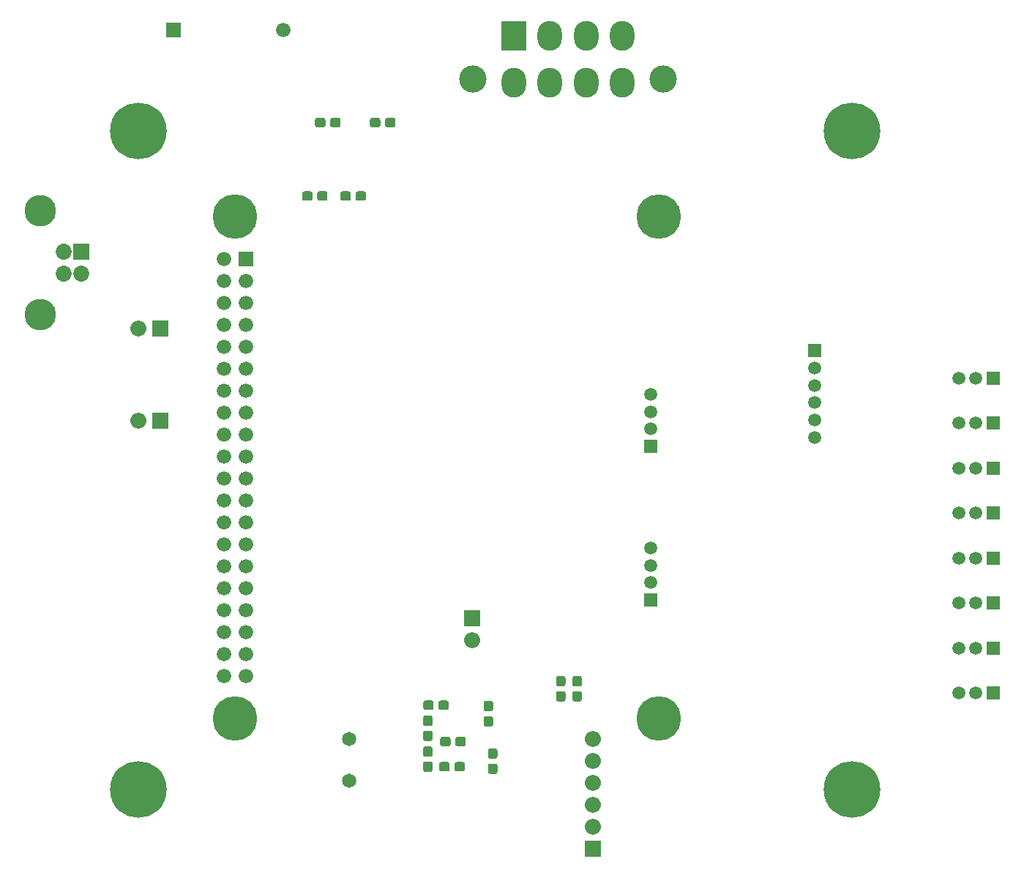
<source format=gts>
G04 #@! TF.GenerationSoftware,KiCad,Pcbnew,(5.0.0)*
G04 #@! TF.CreationDate,2019-02-05T19:54:50-05:00*
G04 #@! TF.ProjectId,control board,636F6E74726F6C20626F6172642E6B69,rev?*
G04 #@! TF.SameCoordinates,Original*
G04 #@! TF.FileFunction,Soldermask,Top*
G04 #@! TF.FilePolarity,Negative*
%FSLAX46Y46*%
G04 Gerber Fmt 4.6, Leading zero omitted, Abs format (unit mm)*
G04 Created by KiCad (PCBNEW (5.0.0)) date 02/05/19 19:54:50*
%MOMM*%
%LPD*%
G01*
G04 APERTURE LIST*
%ADD10C,0.100000*%
%ADD11C,1.102400*%
%ADD12R,1.852400X1.852400*%
%ADD13O,1.852400X1.852400*%
%ADD14C,5.152400*%
%ADD15R,1.676400X1.676400*%
%ADD16C,1.676400*%
%ADD17R,2.852400X3.452400*%
%ADD18O,2.852400X3.452400*%
%ADD19C,3.152400*%
%ADD20C,1.652400*%
%ADD21C,1.502400*%
%ADD22R,1.502400X1.502400*%
%ADD23C,6.552400*%
%ADD24C,1.852400*%
%ADD25C,3.652400*%
G04 APERTURE END LIST*
D10*
G04 #@! TO.C,C9*
G36*
X94790614Y-133907127D02*
X94817367Y-133911096D01*
X94843602Y-133917667D01*
X94869068Y-133926779D01*
X94893517Y-133938342D01*
X94916715Y-133952247D01*
X94938439Y-133968358D01*
X94958479Y-133986521D01*
X94976642Y-134006561D01*
X94992753Y-134028285D01*
X95006658Y-134051483D01*
X95018221Y-134075932D01*
X95027333Y-134101398D01*
X95033904Y-134127633D01*
X95037873Y-134154386D01*
X95039200Y-134181400D01*
X95039200Y-134832600D01*
X95037873Y-134859614D01*
X95033904Y-134886367D01*
X95027333Y-134912602D01*
X95018221Y-134938068D01*
X95006658Y-134962517D01*
X94992753Y-134985715D01*
X94976642Y-135007439D01*
X94958479Y-135027479D01*
X94938439Y-135045642D01*
X94916715Y-135061753D01*
X94893517Y-135075658D01*
X94869068Y-135087221D01*
X94843602Y-135096333D01*
X94817367Y-135102904D01*
X94790614Y-135106873D01*
X94763600Y-135108200D01*
X94212400Y-135108200D01*
X94185386Y-135106873D01*
X94158633Y-135102904D01*
X94132398Y-135096333D01*
X94106932Y-135087221D01*
X94082483Y-135075658D01*
X94059285Y-135061753D01*
X94037561Y-135045642D01*
X94017521Y-135027479D01*
X93999358Y-135007439D01*
X93983247Y-134985715D01*
X93969342Y-134962517D01*
X93957779Y-134938068D01*
X93948667Y-134912602D01*
X93942096Y-134886367D01*
X93938127Y-134859614D01*
X93936800Y-134832600D01*
X93936800Y-134181400D01*
X93938127Y-134154386D01*
X93942096Y-134127633D01*
X93948667Y-134101398D01*
X93957779Y-134075932D01*
X93969342Y-134051483D01*
X93983247Y-134028285D01*
X93999358Y-134006561D01*
X94017521Y-133986521D01*
X94037561Y-133968358D01*
X94059285Y-133952247D01*
X94082483Y-133938342D01*
X94106932Y-133926779D01*
X94132398Y-133917667D01*
X94158633Y-133911096D01*
X94185386Y-133907127D01*
X94212400Y-133905800D01*
X94763600Y-133905800D01*
X94790614Y-133907127D01*
X94790614Y-133907127D01*
G37*
D11*
X94488000Y-134507000D03*
D10*
G36*
X94790614Y-135657127D02*
X94817367Y-135661096D01*
X94843602Y-135667667D01*
X94869068Y-135676779D01*
X94893517Y-135688342D01*
X94916715Y-135702247D01*
X94938439Y-135718358D01*
X94958479Y-135736521D01*
X94976642Y-135756561D01*
X94992753Y-135778285D01*
X95006658Y-135801483D01*
X95018221Y-135825932D01*
X95027333Y-135851398D01*
X95033904Y-135877633D01*
X95037873Y-135904386D01*
X95039200Y-135931400D01*
X95039200Y-136582600D01*
X95037873Y-136609614D01*
X95033904Y-136636367D01*
X95027333Y-136662602D01*
X95018221Y-136688068D01*
X95006658Y-136712517D01*
X94992753Y-136735715D01*
X94976642Y-136757439D01*
X94958479Y-136777479D01*
X94938439Y-136795642D01*
X94916715Y-136811753D01*
X94893517Y-136825658D01*
X94869068Y-136837221D01*
X94843602Y-136846333D01*
X94817367Y-136852904D01*
X94790614Y-136856873D01*
X94763600Y-136858200D01*
X94212400Y-136858200D01*
X94185386Y-136856873D01*
X94158633Y-136852904D01*
X94132398Y-136846333D01*
X94106932Y-136837221D01*
X94082483Y-136825658D01*
X94059285Y-136811753D01*
X94037561Y-136795642D01*
X94017521Y-136777479D01*
X93999358Y-136757439D01*
X93983247Y-136735715D01*
X93969342Y-136712517D01*
X93957779Y-136688068D01*
X93948667Y-136662602D01*
X93942096Y-136636367D01*
X93938127Y-136609614D01*
X93936800Y-136582600D01*
X93936800Y-135931400D01*
X93938127Y-135904386D01*
X93942096Y-135877633D01*
X93948667Y-135851398D01*
X93957779Y-135825932D01*
X93969342Y-135801483D01*
X93983247Y-135778285D01*
X93999358Y-135756561D01*
X94017521Y-135736521D01*
X94037561Y-135718358D01*
X94059285Y-135702247D01*
X94082483Y-135688342D01*
X94106932Y-135676779D01*
X94132398Y-135667667D01*
X94158633Y-135661096D01*
X94185386Y-135657127D01*
X94212400Y-135655800D01*
X94763600Y-135655800D01*
X94790614Y-135657127D01*
X94790614Y-135657127D01*
G37*
D11*
X94488000Y-136257000D03*
G04 #@! TD*
D10*
G04 #@! TO.C,C5*
G36*
X102283614Y-134147127D02*
X102310367Y-134151096D01*
X102336602Y-134157667D01*
X102362068Y-134166779D01*
X102386517Y-134178342D01*
X102409715Y-134192247D01*
X102431439Y-134208358D01*
X102451479Y-134226521D01*
X102469642Y-134246561D01*
X102485753Y-134268285D01*
X102499658Y-134291483D01*
X102511221Y-134315932D01*
X102520333Y-134341398D01*
X102526904Y-134367633D01*
X102530873Y-134394386D01*
X102532200Y-134421400D01*
X102532200Y-135072600D01*
X102530873Y-135099614D01*
X102526904Y-135126367D01*
X102520333Y-135152602D01*
X102511221Y-135178068D01*
X102499658Y-135202517D01*
X102485753Y-135225715D01*
X102469642Y-135247439D01*
X102451479Y-135267479D01*
X102431439Y-135285642D01*
X102409715Y-135301753D01*
X102386517Y-135315658D01*
X102362068Y-135327221D01*
X102336602Y-135336333D01*
X102310367Y-135342904D01*
X102283614Y-135346873D01*
X102256600Y-135348200D01*
X101705400Y-135348200D01*
X101678386Y-135346873D01*
X101651633Y-135342904D01*
X101625398Y-135336333D01*
X101599932Y-135327221D01*
X101575483Y-135315658D01*
X101552285Y-135301753D01*
X101530561Y-135285642D01*
X101510521Y-135267479D01*
X101492358Y-135247439D01*
X101476247Y-135225715D01*
X101462342Y-135202517D01*
X101450779Y-135178068D01*
X101441667Y-135152602D01*
X101435096Y-135126367D01*
X101431127Y-135099614D01*
X101429800Y-135072600D01*
X101429800Y-134421400D01*
X101431127Y-134394386D01*
X101435096Y-134367633D01*
X101441667Y-134341398D01*
X101450779Y-134315932D01*
X101462342Y-134291483D01*
X101476247Y-134268285D01*
X101492358Y-134246561D01*
X101510521Y-134226521D01*
X101530561Y-134208358D01*
X101552285Y-134192247D01*
X101575483Y-134178342D01*
X101599932Y-134166779D01*
X101625398Y-134157667D01*
X101651633Y-134151096D01*
X101678386Y-134147127D01*
X101705400Y-134145800D01*
X102256600Y-134145800D01*
X102283614Y-134147127D01*
X102283614Y-134147127D01*
G37*
D11*
X101981000Y-134747000D03*
D10*
G36*
X102283614Y-135897127D02*
X102310367Y-135901096D01*
X102336602Y-135907667D01*
X102362068Y-135916779D01*
X102386517Y-135928342D01*
X102409715Y-135942247D01*
X102431439Y-135958358D01*
X102451479Y-135976521D01*
X102469642Y-135996561D01*
X102485753Y-136018285D01*
X102499658Y-136041483D01*
X102511221Y-136065932D01*
X102520333Y-136091398D01*
X102526904Y-136117633D01*
X102530873Y-136144386D01*
X102532200Y-136171400D01*
X102532200Y-136822600D01*
X102530873Y-136849614D01*
X102526904Y-136876367D01*
X102520333Y-136902602D01*
X102511221Y-136928068D01*
X102499658Y-136952517D01*
X102485753Y-136975715D01*
X102469642Y-136997439D01*
X102451479Y-137017479D01*
X102431439Y-137035642D01*
X102409715Y-137051753D01*
X102386517Y-137065658D01*
X102362068Y-137077221D01*
X102336602Y-137086333D01*
X102310367Y-137092904D01*
X102283614Y-137096873D01*
X102256600Y-137098200D01*
X101705400Y-137098200D01*
X101678386Y-137096873D01*
X101651633Y-137092904D01*
X101625398Y-137086333D01*
X101599932Y-137077221D01*
X101575483Y-137065658D01*
X101552285Y-137051753D01*
X101530561Y-137035642D01*
X101510521Y-137017479D01*
X101492358Y-136997439D01*
X101476247Y-136975715D01*
X101462342Y-136952517D01*
X101450779Y-136928068D01*
X101441667Y-136902602D01*
X101435096Y-136876367D01*
X101431127Y-136849614D01*
X101429800Y-136822600D01*
X101429800Y-136171400D01*
X101431127Y-136144386D01*
X101435096Y-136117633D01*
X101441667Y-136091398D01*
X101450779Y-136065932D01*
X101462342Y-136041483D01*
X101476247Y-136018285D01*
X101492358Y-135996561D01*
X101510521Y-135976521D01*
X101530561Y-135958358D01*
X101552285Y-135942247D01*
X101575483Y-135928342D01*
X101599932Y-135916779D01*
X101625398Y-135907667D01*
X101651633Y-135901096D01*
X101678386Y-135897127D01*
X101705400Y-135895800D01*
X102256600Y-135895800D01*
X102283614Y-135897127D01*
X102283614Y-135897127D01*
G37*
D11*
X101981000Y-136497000D03*
G04 #@! TD*
D10*
G04 #@! TO.C,C6*
G36*
X101787723Y-128646069D02*
X101814476Y-128650038D01*
X101840711Y-128656609D01*
X101866177Y-128665721D01*
X101890626Y-128677284D01*
X101913824Y-128691189D01*
X101935548Y-128707300D01*
X101955588Y-128725463D01*
X101973751Y-128745503D01*
X101989862Y-128767227D01*
X102003767Y-128790425D01*
X102015330Y-128814874D01*
X102024442Y-128840340D01*
X102031013Y-128866575D01*
X102034982Y-128893328D01*
X102036309Y-128920342D01*
X102036309Y-129571542D01*
X102034982Y-129598556D01*
X102031013Y-129625309D01*
X102024442Y-129651544D01*
X102015330Y-129677010D01*
X102003767Y-129701459D01*
X101989862Y-129724657D01*
X101973751Y-129746381D01*
X101955588Y-129766421D01*
X101935548Y-129784584D01*
X101913824Y-129800695D01*
X101890626Y-129814600D01*
X101866177Y-129826163D01*
X101840711Y-129835275D01*
X101814476Y-129841846D01*
X101787723Y-129845815D01*
X101760709Y-129847142D01*
X101209509Y-129847142D01*
X101182495Y-129845815D01*
X101155742Y-129841846D01*
X101129507Y-129835275D01*
X101104041Y-129826163D01*
X101079592Y-129814600D01*
X101056394Y-129800695D01*
X101034670Y-129784584D01*
X101014630Y-129766421D01*
X100996467Y-129746381D01*
X100980356Y-129724657D01*
X100966451Y-129701459D01*
X100954888Y-129677010D01*
X100945776Y-129651544D01*
X100939205Y-129625309D01*
X100935236Y-129598556D01*
X100933909Y-129571542D01*
X100933909Y-128920342D01*
X100935236Y-128893328D01*
X100939205Y-128866575D01*
X100945776Y-128840340D01*
X100954888Y-128814874D01*
X100966451Y-128790425D01*
X100980356Y-128767227D01*
X100996467Y-128745503D01*
X101014630Y-128725463D01*
X101034670Y-128707300D01*
X101056394Y-128691189D01*
X101079592Y-128677284D01*
X101104041Y-128665721D01*
X101129507Y-128656609D01*
X101155742Y-128650038D01*
X101182495Y-128646069D01*
X101209509Y-128644742D01*
X101760709Y-128644742D01*
X101787723Y-128646069D01*
X101787723Y-128646069D01*
G37*
D11*
X101485109Y-129245942D03*
D10*
G36*
X101787723Y-130396069D02*
X101814476Y-130400038D01*
X101840711Y-130406609D01*
X101866177Y-130415721D01*
X101890626Y-130427284D01*
X101913824Y-130441189D01*
X101935548Y-130457300D01*
X101955588Y-130475463D01*
X101973751Y-130495503D01*
X101989862Y-130517227D01*
X102003767Y-130540425D01*
X102015330Y-130564874D01*
X102024442Y-130590340D01*
X102031013Y-130616575D01*
X102034982Y-130643328D01*
X102036309Y-130670342D01*
X102036309Y-131321542D01*
X102034982Y-131348556D01*
X102031013Y-131375309D01*
X102024442Y-131401544D01*
X102015330Y-131427010D01*
X102003767Y-131451459D01*
X101989862Y-131474657D01*
X101973751Y-131496381D01*
X101955588Y-131516421D01*
X101935548Y-131534584D01*
X101913824Y-131550695D01*
X101890626Y-131564600D01*
X101866177Y-131576163D01*
X101840711Y-131585275D01*
X101814476Y-131591846D01*
X101787723Y-131595815D01*
X101760709Y-131597142D01*
X101209509Y-131597142D01*
X101182495Y-131595815D01*
X101155742Y-131591846D01*
X101129507Y-131585275D01*
X101104041Y-131576163D01*
X101079592Y-131564600D01*
X101056394Y-131550695D01*
X101034670Y-131534584D01*
X101014630Y-131516421D01*
X100996467Y-131496381D01*
X100980356Y-131474657D01*
X100966451Y-131451459D01*
X100954888Y-131427010D01*
X100945776Y-131401544D01*
X100939205Y-131375309D01*
X100935236Y-131348556D01*
X100933909Y-131321542D01*
X100933909Y-130670342D01*
X100935236Y-130643328D01*
X100939205Y-130616575D01*
X100945776Y-130590340D01*
X100954888Y-130564874D01*
X100966451Y-130540425D01*
X100980356Y-130517227D01*
X100996467Y-130495503D01*
X101014630Y-130475463D01*
X101034670Y-130457300D01*
X101056394Y-130441189D01*
X101079592Y-130427284D01*
X101104041Y-130415721D01*
X101129507Y-130406609D01*
X101155742Y-130400038D01*
X101182495Y-130396069D01*
X101209509Y-130394742D01*
X101760709Y-130394742D01*
X101787723Y-130396069D01*
X101787723Y-130396069D01*
G37*
D11*
X101485109Y-130995942D03*
G04 #@! TD*
D10*
G04 #@! TO.C,C7*
G36*
X94914614Y-128609127D02*
X94941367Y-128613096D01*
X94967602Y-128619667D01*
X94993068Y-128628779D01*
X95017517Y-128640342D01*
X95040715Y-128654247D01*
X95062439Y-128670358D01*
X95082479Y-128688521D01*
X95100642Y-128708561D01*
X95116753Y-128730285D01*
X95130658Y-128753483D01*
X95142221Y-128777932D01*
X95151333Y-128803398D01*
X95157904Y-128829633D01*
X95161873Y-128856386D01*
X95163200Y-128883400D01*
X95163200Y-129434600D01*
X95161873Y-129461614D01*
X95157904Y-129488367D01*
X95151333Y-129514602D01*
X95142221Y-129540068D01*
X95130658Y-129564517D01*
X95116753Y-129587715D01*
X95100642Y-129609439D01*
X95082479Y-129629479D01*
X95062439Y-129647642D01*
X95040715Y-129663753D01*
X95017517Y-129677658D01*
X94993068Y-129689221D01*
X94967602Y-129698333D01*
X94941367Y-129704904D01*
X94914614Y-129708873D01*
X94887600Y-129710200D01*
X94236400Y-129710200D01*
X94209386Y-129708873D01*
X94182633Y-129704904D01*
X94156398Y-129698333D01*
X94130932Y-129689221D01*
X94106483Y-129677658D01*
X94083285Y-129663753D01*
X94061561Y-129647642D01*
X94041521Y-129629479D01*
X94023358Y-129609439D01*
X94007247Y-129587715D01*
X93993342Y-129564517D01*
X93981779Y-129540068D01*
X93972667Y-129514602D01*
X93966096Y-129488367D01*
X93962127Y-129461614D01*
X93960800Y-129434600D01*
X93960800Y-128883400D01*
X93962127Y-128856386D01*
X93966096Y-128829633D01*
X93972667Y-128803398D01*
X93981779Y-128777932D01*
X93993342Y-128753483D01*
X94007247Y-128730285D01*
X94023358Y-128708561D01*
X94041521Y-128688521D01*
X94061561Y-128670358D01*
X94083285Y-128654247D01*
X94106483Y-128640342D01*
X94130932Y-128628779D01*
X94156398Y-128619667D01*
X94182633Y-128613096D01*
X94209386Y-128609127D01*
X94236400Y-128607800D01*
X94887600Y-128607800D01*
X94914614Y-128609127D01*
X94914614Y-128609127D01*
G37*
D11*
X94562000Y-129159000D03*
D10*
G36*
X96664614Y-128609127D02*
X96691367Y-128613096D01*
X96717602Y-128619667D01*
X96743068Y-128628779D01*
X96767517Y-128640342D01*
X96790715Y-128654247D01*
X96812439Y-128670358D01*
X96832479Y-128688521D01*
X96850642Y-128708561D01*
X96866753Y-128730285D01*
X96880658Y-128753483D01*
X96892221Y-128777932D01*
X96901333Y-128803398D01*
X96907904Y-128829633D01*
X96911873Y-128856386D01*
X96913200Y-128883400D01*
X96913200Y-129434600D01*
X96911873Y-129461614D01*
X96907904Y-129488367D01*
X96901333Y-129514602D01*
X96892221Y-129540068D01*
X96880658Y-129564517D01*
X96866753Y-129587715D01*
X96850642Y-129609439D01*
X96832479Y-129629479D01*
X96812439Y-129647642D01*
X96790715Y-129663753D01*
X96767517Y-129677658D01*
X96743068Y-129689221D01*
X96717602Y-129698333D01*
X96691367Y-129704904D01*
X96664614Y-129708873D01*
X96637600Y-129710200D01*
X95986400Y-129710200D01*
X95959386Y-129708873D01*
X95932633Y-129704904D01*
X95906398Y-129698333D01*
X95880932Y-129689221D01*
X95856483Y-129677658D01*
X95833285Y-129663753D01*
X95811561Y-129647642D01*
X95791521Y-129629479D01*
X95773358Y-129609439D01*
X95757247Y-129587715D01*
X95743342Y-129564517D01*
X95731779Y-129540068D01*
X95722667Y-129514602D01*
X95716096Y-129488367D01*
X95712127Y-129461614D01*
X95710800Y-129434600D01*
X95710800Y-128883400D01*
X95712127Y-128856386D01*
X95716096Y-128829633D01*
X95722667Y-128803398D01*
X95731779Y-128777932D01*
X95743342Y-128753483D01*
X95757247Y-128730285D01*
X95773358Y-128708561D01*
X95791521Y-128688521D01*
X95811561Y-128670358D01*
X95833285Y-128654247D01*
X95856483Y-128640342D01*
X95880932Y-128628779D01*
X95906398Y-128619667D01*
X95932633Y-128613096D01*
X95959386Y-128609127D01*
X95986400Y-128607800D01*
X96637600Y-128607800D01*
X96664614Y-128609127D01*
X96664614Y-128609127D01*
G37*
D11*
X96312000Y-129159000D03*
G04 #@! TD*
D10*
G04 #@! TO.C,C8*
G36*
X94790614Y-130337127D02*
X94817367Y-130341096D01*
X94843602Y-130347667D01*
X94869068Y-130356779D01*
X94893517Y-130368342D01*
X94916715Y-130382247D01*
X94938439Y-130398358D01*
X94958479Y-130416521D01*
X94976642Y-130436561D01*
X94992753Y-130458285D01*
X95006658Y-130481483D01*
X95018221Y-130505932D01*
X95027333Y-130531398D01*
X95033904Y-130557633D01*
X95037873Y-130584386D01*
X95039200Y-130611400D01*
X95039200Y-131262600D01*
X95037873Y-131289614D01*
X95033904Y-131316367D01*
X95027333Y-131342602D01*
X95018221Y-131368068D01*
X95006658Y-131392517D01*
X94992753Y-131415715D01*
X94976642Y-131437439D01*
X94958479Y-131457479D01*
X94938439Y-131475642D01*
X94916715Y-131491753D01*
X94893517Y-131505658D01*
X94869068Y-131517221D01*
X94843602Y-131526333D01*
X94817367Y-131532904D01*
X94790614Y-131536873D01*
X94763600Y-131538200D01*
X94212400Y-131538200D01*
X94185386Y-131536873D01*
X94158633Y-131532904D01*
X94132398Y-131526333D01*
X94106932Y-131517221D01*
X94082483Y-131505658D01*
X94059285Y-131491753D01*
X94037561Y-131475642D01*
X94017521Y-131457479D01*
X93999358Y-131437439D01*
X93983247Y-131415715D01*
X93969342Y-131392517D01*
X93957779Y-131368068D01*
X93948667Y-131342602D01*
X93942096Y-131316367D01*
X93938127Y-131289614D01*
X93936800Y-131262600D01*
X93936800Y-130611400D01*
X93938127Y-130584386D01*
X93942096Y-130557633D01*
X93948667Y-130531398D01*
X93957779Y-130505932D01*
X93969342Y-130481483D01*
X93983247Y-130458285D01*
X93999358Y-130436561D01*
X94017521Y-130416521D01*
X94037561Y-130398358D01*
X94059285Y-130382247D01*
X94082483Y-130368342D01*
X94106932Y-130356779D01*
X94132398Y-130347667D01*
X94158633Y-130341096D01*
X94185386Y-130337127D01*
X94212400Y-130335800D01*
X94763600Y-130335800D01*
X94790614Y-130337127D01*
X94790614Y-130337127D01*
G37*
D11*
X94488000Y-130937000D03*
D10*
G36*
X94790614Y-132087127D02*
X94817367Y-132091096D01*
X94843602Y-132097667D01*
X94869068Y-132106779D01*
X94893517Y-132118342D01*
X94916715Y-132132247D01*
X94938439Y-132148358D01*
X94958479Y-132166521D01*
X94976642Y-132186561D01*
X94992753Y-132208285D01*
X95006658Y-132231483D01*
X95018221Y-132255932D01*
X95027333Y-132281398D01*
X95033904Y-132307633D01*
X95037873Y-132334386D01*
X95039200Y-132361400D01*
X95039200Y-133012600D01*
X95037873Y-133039614D01*
X95033904Y-133066367D01*
X95027333Y-133092602D01*
X95018221Y-133118068D01*
X95006658Y-133142517D01*
X94992753Y-133165715D01*
X94976642Y-133187439D01*
X94958479Y-133207479D01*
X94938439Y-133225642D01*
X94916715Y-133241753D01*
X94893517Y-133255658D01*
X94869068Y-133267221D01*
X94843602Y-133276333D01*
X94817367Y-133282904D01*
X94790614Y-133286873D01*
X94763600Y-133288200D01*
X94212400Y-133288200D01*
X94185386Y-133286873D01*
X94158633Y-133282904D01*
X94132398Y-133276333D01*
X94106932Y-133267221D01*
X94082483Y-133255658D01*
X94059285Y-133241753D01*
X94037561Y-133225642D01*
X94017521Y-133207479D01*
X93999358Y-133187439D01*
X93983247Y-133165715D01*
X93969342Y-133142517D01*
X93957779Y-133118068D01*
X93948667Y-133092602D01*
X93942096Y-133066367D01*
X93938127Y-133039614D01*
X93936800Y-133012600D01*
X93936800Y-132361400D01*
X93938127Y-132334386D01*
X93942096Y-132307633D01*
X93948667Y-132281398D01*
X93957779Y-132255932D01*
X93969342Y-132231483D01*
X93983247Y-132208285D01*
X93999358Y-132186561D01*
X94017521Y-132166521D01*
X94037561Y-132148358D01*
X94059285Y-132132247D01*
X94082483Y-132118342D01*
X94106932Y-132106779D01*
X94132398Y-132097667D01*
X94158633Y-132091096D01*
X94185386Y-132087127D01*
X94212400Y-132085800D01*
X94763600Y-132085800D01*
X94790614Y-132087127D01*
X94790614Y-132087127D01*
G37*
D11*
X94488000Y-132687000D03*
G04 #@! TD*
D10*
G04 #@! TO.C,C10*
G36*
X98523614Y-135721127D02*
X98550367Y-135725096D01*
X98576602Y-135731667D01*
X98602068Y-135740779D01*
X98626517Y-135752342D01*
X98649715Y-135766247D01*
X98671439Y-135782358D01*
X98691479Y-135800521D01*
X98709642Y-135820561D01*
X98725753Y-135842285D01*
X98739658Y-135865483D01*
X98751221Y-135889932D01*
X98760333Y-135915398D01*
X98766904Y-135941633D01*
X98770873Y-135968386D01*
X98772200Y-135995400D01*
X98772200Y-136546600D01*
X98770873Y-136573614D01*
X98766904Y-136600367D01*
X98760333Y-136626602D01*
X98751221Y-136652068D01*
X98739658Y-136676517D01*
X98725753Y-136699715D01*
X98709642Y-136721439D01*
X98691479Y-136741479D01*
X98671439Y-136759642D01*
X98649715Y-136775753D01*
X98626517Y-136789658D01*
X98602068Y-136801221D01*
X98576602Y-136810333D01*
X98550367Y-136816904D01*
X98523614Y-136820873D01*
X98496600Y-136822200D01*
X97845400Y-136822200D01*
X97818386Y-136820873D01*
X97791633Y-136816904D01*
X97765398Y-136810333D01*
X97739932Y-136801221D01*
X97715483Y-136789658D01*
X97692285Y-136775753D01*
X97670561Y-136759642D01*
X97650521Y-136741479D01*
X97632358Y-136721439D01*
X97616247Y-136699715D01*
X97602342Y-136676517D01*
X97590779Y-136652068D01*
X97581667Y-136626602D01*
X97575096Y-136600367D01*
X97571127Y-136573614D01*
X97569800Y-136546600D01*
X97569800Y-135995400D01*
X97571127Y-135968386D01*
X97575096Y-135941633D01*
X97581667Y-135915398D01*
X97590779Y-135889932D01*
X97602342Y-135865483D01*
X97616247Y-135842285D01*
X97632358Y-135820561D01*
X97650521Y-135800521D01*
X97670561Y-135782358D01*
X97692285Y-135766247D01*
X97715483Y-135752342D01*
X97739932Y-135740779D01*
X97765398Y-135731667D01*
X97791633Y-135725096D01*
X97818386Y-135721127D01*
X97845400Y-135719800D01*
X98496600Y-135719800D01*
X98523614Y-135721127D01*
X98523614Y-135721127D01*
G37*
D11*
X98171000Y-136271000D03*
D10*
G36*
X96773614Y-135721127D02*
X96800367Y-135725096D01*
X96826602Y-135731667D01*
X96852068Y-135740779D01*
X96876517Y-135752342D01*
X96899715Y-135766247D01*
X96921439Y-135782358D01*
X96941479Y-135800521D01*
X96959642Y-135820561D01*
X96975753Y-135842285D01*
X96989658Y-135865483D01*
X97001221Y-135889932D01*
X97010333Y-135915398D01*
X97016904Y-135941633D01*
X97020873Y-135968386D01*
X97022200Y-135995400D01*
X97022200Y-136546600D01*
X97020873Y-136573614D01*
X97016904Y-136600367D01*
X97010333Y-136626602D01*
X97001221Y-136652068D01*
X96989658Y-136676517D01*
X96975753Y-136699715D01*
X96959642Y-136721439D01*
X96941479Y-136741479D01*
X96921439Y-136759642D01*
X96899715Y-136775753D01*
X96876517Y-136789658D01*
X96852068Y-136801221D01*
X96826602Y-136810333D01*
X96800367Y-136816904D01*
X96773614Y-136820873D01*
X96746600Y-136822200D01*
X96095400Y-136822200D01*
X96068386Y-136820873D01*
X96041633Y-136816904D01*
X96015398Y-136810333D01*
X95989932Y-136801221D01*
X95965483Y-136789658D01*
X95942285Y-136775753D01*
X95920561Y-136759642D01*
X95900521Y-136741479D01*
X95882358Y-136721439D01*
X95866247Y-136699715D01*
X95852342Y-136676517D01*
X95840779Y-136652068D01*
X95831667Y-136626602D01*
X95825096Y-136600367D01*
X95821127Y-136573614D01*
X95819800Y-136546600D01*
X95819800Y-135995400D01*
X95821127Y-135968386D01*
X95825096Y-135941633D01*
X95831667Y-135915398D01*
X95840779Y-135889932D01*
X95852342Y-135865483D01*
X95866247Y-135842285D01*
X95882358Y-135820561D01*
X95900521Y-135800521D01*
X95920561Y-135782358D01*
X95942285Y-135766247D01*
X95965483Y-135752342D01*
X95989932Y-135740779D01*
X96015398Y-135731667D01*
X96041633Y-135725096D01*
X96068386Y-135721127D01*
X96095400Y-135719800D01*
X96746600Y-135719800D01*
X96773614Y-135721127D01*
X96773614Y-135721127D01*
G37*
D11*
X96421000Y-136271000D03*
G04 #@! TD*
D12*
G04 #@! TO.C,J1*
X99568000Y-119126000D03*
D13*
X99568000Y-121666000D03*
G04 #@! TD*
D12*
G04 #@! TO.C,J2*
X113538000Y-145796000D03*
D13*
X113538000Y-143256000D03*
X113538000Y-140716000D03*
X113538000Y-138176000D03*
X113538000Y-135636000D03*
X113538000Y-133096000D03*
G04 #@! TD*
D14*
G04 #@! TO.C,P1*
X121158000Y-130644000D03*
X121158000Y-72644000D03*
X72158000Y-72644000D03*
X72158000Y-130644000D03*
D15*
X73428000Y-77514000D03*
D16*
X70888000Y-77514000D03*
X73428000Y-80054000D03*
X70888000Y-80054000D03*
X73428000Y-82594000D03*
X70888000Y-82594000D03*
X73428000Y-85134000D03*
X70888000Y-85134000D03*
X73428000Y-87674000D03*
X70888000Y-87674000D03*
X73428000Y-90214000D03*
X70888000Y-90214000D03*
X73428000Y-92754000D03*
X70888000Y-92754000D03*
X73428000Y-95294000D03*
X70888000Y-95294000D03*
X73428000Y-97834000D03*
X70888000Y-97834000D03*
X73428000Y-100374000D03*
X70888000Y-100374000D03*
X73428000Y-102914000D03*
X70888000Y-102914000D03*
X73428000Y-105454000D03*
X70888000Y-105454000D03*
X73428000Y-107994000D03*
X70888000Y-107994000D03*
X73428000Y-110534000D03*
X70888000Y-110534000D03*
X73428000Y-113074000D03*
X70888000Y-113074000D03*
X73428000Y-115614000D03*
X70888000Y-115614000D03*
X73428000Y-118154000D03*
X70888000Y-118154000D03*
X73428000Y-120694000D03*
X70888000Y-120694000D03*
X73428000Y-123234000D03*
X70888000Y-123234000D03*
X73428000Y-125774000D03*
X70888000Y-125774000D03*
G04 #@! TD*
D17*
G04 #@! TO.C,J7*
X104394000Y-51650000D03*
D18*
X108594000Y-51650000D03*
X112794000Y-51650000D03*
X116994000Y-51650000D03*
X104394000Y-57150000D03*
X108594000Y-57150000D03*
X112794000Y-57150000D03*
X116994000Y-57150000D03*
D19*
X99694000Y-56690000D03*
X121694000Y-56690000D03*
G04 #@! TD*
D10*
G04 #@! TO.C,R13*
G36*
X80884614Y-69681127D02*
X80911367Y-69685096D01*
X80937602Y-69691667D01*
X80963068Y-69700779D01*
X80987517Y-69712342D01*
X81010715Y-69726247D01*
X81032439Y-69742358D01*
X81052479Y-69760521D01*
X81070642Y-69780561D01*
X81086753Y-69802285D01*
X81100658Y-69825483D01*
X81112221Y-69849932D01*
X81121333Y-69875398D01*
X81127904Y-69901633D01*
X81131873Y-69928386D01*
X81133200Y-69955400D01*
X81133200Y-70506600D01*
X81131873Y-70533614D01*
X81127904Y-70560367D01*
X81121333Y-70586602D01*
X81112221Y-70612068D01*
X81100658Y-70636517D01*
X81086753Y-70659715D01*
X81070642Y-70681439D01*
X81052479Y-70701479D01*
X81032439Y-70719642D01*
X81010715Y-70735753D01*
X80987517Y-70749658D01*
X80963068Y-70761221D01*
X80937602Y-70770333D01*
X80911367Y-70776904D01*
X80884614Y-70780873D01*
X80857600Y-70782200D01*
X80206400Y-70782200D01*
X80179386Y-70780873D01*
X80152633Y-70776904D01*
X80126398Y-70770333D01*
X80100932Y-70761221D01*
X80076483Y-70749658D01*
X80053285Y-70735753D01*
X80031561Y-70719642D01*
X80011521Y-70701479D01*
X79993358Y-70681439D01*
X79977247Y-70659715D01*
X79963342Y-70636517D01*
X79951779Y-70612068D01*
X79942667Y-70586602D01*
X79936096Y-70560367D01*
X79932127Y-70533614D01*
X79930800Y-70506600D01*
X79930800Y-69955400D01*
X79932127Y-69928386D01*
X79936096Y-69901633D01*
X79942667Y-69875398D01*
X79951779Y-69849932D01*
X79963342Y-69825483D01*
X79977247Y-69802285D01*
X79993358Y-69780561D01*
X80011521Y-69760521D01*
X80031561Y-69742358D01*
X80053285Y-69726247D01*
X80076483Y-69712342D01*
X80100932Y-69700779D01*
X80126398Y-69691667D01*
X80152633Y-69685096D01*
X80179386Y-69681127D01*
X80206400Y-69679800D01*
X80857600Y-69679800D01*
X80884614Y-69681127D01*
X80884614Y-69681127D01*
G37*
D11*
X80532000Y-70231000D03*
D10*
G36*
X82634614Y-69681127D02*
X82661367Y-69685096D01*
X82687602Y-69691667D01*
X82713068Y-69700779D01*
X82737517Y-69712342D01*
X82760715Y-69726247D01*
X82782439Y-69742358D01*
X82802479Y-69760521D01*
X82820642Y-69780561D01*
X82836753Y-69802285D01*
X82850658Y-69825483D01*
X82862221Y-69849932D01*
X82871333Y-69875398D01*
X82877904Y-69901633D01*
X82881873Y-69928386D01*
X82883200Y-69955400D01*
X82883200Y-70506600D01*
X82881873Y-70533614D01*
X82877904Y-70560367D01*
X82871333Y-70586602D01*
X82862221Y-70612068D01*
X82850658Y-70636517D01*
X82836753Y-70659715D01*
X82820642Y-70681439D01*
X82802479Y-70701479D01*
X82782439Y-70719642D01*
X82760715Y-70735753D01*
X82737517Y-70749658D01*
X82713068Y-70761221D01*
X82687602Y-70770333D01*
X82661367Y-70776904D01*
X82634614Y-70780873D01*
X82607600Y-70782200D01*
X81956400Y-70782200D01*
X81929386Y-70780873D01*
X81902633Y-70776904D01*
X81876398Y-70770333D01*
X81850932Y-70761221D01*
X81826483Y-70749658D01*
X81803285Y-70735753D01*
X81781561Y-70719642D01*
X81761521Y-70701479D01*
X81743358Y-70681439D01*
X81727247Y-70659715D01*
X81713342Y-70636517D01*
X81701779Y-70612068D01*
X81692667Y-70586602D01*
X81686096Y-70560367D01*
X81682127Y-70533614D01*
X81680800Y-70506600D01*
X81680800Y-69955400D01*
X81682127Y-69928386D01*
X81686096Y-69901633D01*
X81692667Y-69875398D01*
X81701779Y-69849932D01*
X81713342Y-69825483D01*
X81727247Y-69802285D01*
X81743358Y-69780561D01*
X81761521Y-69760521D01*
X81781561Y-69742358D01*
X81803285Y-69726247D01*
X81826483Y-69712342D01*
X81850932Y-69700779D01*
X81876398Y-69691667D01*
X81902633Y-69685096D01*
X81929386Y-69681127D01*
X81956400Y-69679800D01*
X82607600Y-69679800D01*
X82634614Y-69681127D01*
X82634614Y-69681127D01*
G37*
D11*
X82282000Y-70231000D03*
G04 #@! TD*
D10*
G04 #@! TO.C,R14*
G36*
X87079614Y-69681127D02*
X87106367Y-69685096D01*
X87132602Y-69691667D01*
X87158068Y-69700779D01*
X87182517Y-69712342D01*
X87205715Y-69726247D01*
X87227439Y-69742358D01*
X87247479Y-69760521D01*
X87265642Y-69780561D01*
X87281753Y-69802285D01*
X87295658Y-69825483D01*
X87307221Y-69849932D01*
X87316333Y-69875398D01*
X87322904Y-69901633D01*
X87326873Y-69928386D01*
X87328200Y-69955400D01*
X87328200Y-70506600D01*
X87326873Y-70533614D01*
X87322904Y-70560367D01*
X87316333Y-70586602D01*
X87307221Y-70612068D01*
X87295658Y-70636517D01*
X87281753Y-70659715D01*
X87265642Y-70681439D01*
X87247479Y-70701479D01*
X87227439Y-70719642D01*
X87205715Y-70735753D01*
X87182517Y-70749658D01*
X87158068Y-70761221D01*
X87132602Y-70770333D01*
X87106367Y-70776904D01*
X87079614Y-70780873D01*
X87052600Y-70782200D01*
X86401400Y-70782200D01*
X86374386Y-70780873D01*
X86347633Y-70776904D01*
X86321398Y-70770333D01*
X86295932Y-70761221D01*
X86271483Y-70749658D01*
X86248285Y-70735753D01*
X86226561Y-70719642D01*
X86206521Y-70701479D01*
X86188358Y-70681439D01*
X86172247Y-70659715D01*
X86158342Y-70636517D01*
X86146779Y-70612068D01*
X86137667Y-70586602D01*
X86131096Y-70560367D01*
X86127127Y-70533614D01*
X86125800Y-70506600D01*
X86125800Y-69955400D01*
X86127127Y-69928386D01*
X86131096Y-69901633D01*
X86137667Y-69875398D01*
X86146779Y-69849932D01*
X86158342Y-69825483D01*
X86172247Y-69802285D01*
X86188358Y-69780561D01*
X86206521Y-69760521D01*
X86226561Y-69742358D01*
X86248285Y-69726247D01*
X86271483Y-69712342D01*
X86295932Y-69700779D01*
X86321398Y-69691667D01*
X86347633Y-69685096D01*
X86374386Y-69681127D01*
X86401400Y-69679800D01*
X87052600Y-69679800D01*
X87079614Y-69681127D01*
X87079614Y-69681127D01*
G37*
D11*
X86727000Y-70231000D03*
D10*
G36*
X85329614Y-69681127D02*
X85356367Y-69685096D01*
X85382602Y-69691667D01*
X85408068Y-69700779D01*
X85432517Y-69712342D01*
X85455715Y-69726247D01*
X85477439Y-69742358D01*
X85497479Y-69760521D01*
X85515642Y-69780561D01*
X85531753Y-69802285D01*
X85545658Y-69825483D01*
X85557221Y-69849932D01*
X85566333Y-69875398D01*
X85572904Y-69901633D01*
X85576873Y-69928386D01*
X85578200Y-69955400D01*
X85578200Y-70506600D01*
X85576873Y-70533614D01*
X85572904Y-70560367D01*
X85566333Y-70586602D01*
X85557221Y-70612068D01*
X85545658Y-70636517D01*
X85531753Y-70659715D01*
X85515642Y-70681439D01*
X85497479Y-70701479D01*
X85477439Y-70719642D01*
X85455715Y-70735753D01*
X85432517Y-70749658D01*
X85408068Y-70761221D01*
X85382602Y-70770333D01*
X85356367Y-70776904D01*
X85329614Y-70780873D01*
X85302600Y-70782200D01*
X84651400Y-70782200D01*
X84624386Y-70780873D01*
X84597633Y-70776904D01*
X84571398Y-70770333D01*
X84545932Y-70761221D01*
X84521483Y-70749658D01*
X84498285Y-70735753D01*
X84476561Y-70719642D01*
X84456521Y-70701479D01*
X84438358Y-70681439D01*
X84422247Y-70659715D01*
X84408342Y-70636517D01*
X84396779Y-70612068D01*
X84387667Y-70586602D01*
X84381096Y-70560367D01*
X84377127Y-70533614D01*
X84375800Y-70506600D01*
X84375800Y-69955400D01*
X84377127Y-69928386D01*
X84381096Y-69901633D01*
X84387667Y-69875398D01*
X84396779Y-69849932D01*
X84408342Y-69825483D01*
X84422247Y-69802285D01*
X84438358Y-69780561D01*
X84456521Y-69760521D01*
X84476561Y-69742358D01*
X84498285Y-69726247D01*
X84521483Y-69712342D01*
X84545932Y-69700779D01*
X84571398Y-69691667D01*
X84597633Y-69685096D01*
X84624386Y-69681127D01*
X84651400Y-69679800D01*
X85302600Y-69679800D01*
X85329614Y-69681127D01*
X85329614Y-69681127D01*
G37*
D11*
X84977000Y-70231000D03*
G04 #@! TD*
D20*
G04 #@! TO.C,Y1*
X85344000Y-137922000D03*
X85344000Y-133042000D03*
G04 #@! TD*
D21*
G04 #@! TO.C,J4*
X120269000Y-110967000D03*
X120269000Y-112967000D03*
X120269000Y-114967000D03*
D22*
X120269000Y-116967000D03*
G04 #@! TD*
G04 #@! TO.C,J6*
X120269000Y-99187000D03*
D21*
X120269000Y-97187000D03*
X120269000Y-95187000D03*
X120269000Y-93187000D03*
G04 #@! TD*
G04 #@! TO.C,J5*
X155893000Y-127762000D03*
X157893000Y-127762000D03*
D22*
X159893000Y-127762000D03*
G04 #@! TD*
G04 #@! TO.C,J10*
X159893000Y-122555000D03*
D21*
X157893000Y-122555000D03*
X155893000Y-122555000D03*
G04 #@! TD*
G04 #@! TO.C,J11*
X155893000Y-117348000D03*
X157893000Y-117348000D03*
D22*
X159893000Y-117348000D03*
G04 #@! TD*
G04 #@! TO.C,J12*
X159893000Y-112141000D03*
D21*
X157893000Y-112141000D03*
X155893000Y-112141000D03*
G04 #@! TD*
G04 #@! TO.C,J13*
X155893000Y-106934000D03*
X157893000Y-106934000D03*
D22*
X159893000Y-106934000D03*
G04 #@! TD*
G04 #@! TO.C,J14*
X159893000Y-101727000D03*
D21*
X157893000Y-101727000D03*
X155893000Y-101727000D03*
G04 #@! TD*
G04 #@! TO.C,J15*
X155893000Y-96520000D03*
X157893000Y-96520000D03*
D22*
X159893000Y-96520000D03*
G04 #@! TD*
G04 #@! TO.C,J16*
X159893000Y-91313000D03*
D21*
X157893000Y-91313000D03*
X155893000Y-91313000D03*
G04 #@! TD*
D10*
G04 #@! TO.C,R3*
G36*
X110157614Y-127515127D02*
X110184367Y-127519096D01*
X110210602Y-127525667D01*
X110236068Y-127534779D01*
X110260517Y-127546342D01*
X110283715Y-127560247D01*
X110305439Y-127576358D01*
X110325479Y-127594521D01*
X110343642Y-127614561D01*
X110359753Y-127636285D01*
X110373658Y-127659483D01*
X110385221Y-127683932D01*
X110394333Y-127709398D01*
X110400904Y-127735633D01*
X110404873Y-127762386D01*
X110406200Y-127789400D01*
X110406200Y-128440600D01*
X110404873Y-128467614D01*
X110400904Y-128494367D01*
X110394333Y-128520602D01*
X110385221Y-128546068D01*
X110373658Y-128570517D01*
X110359753Y-128593715D01*
X110343642Y-128615439D01*
X110325479Y-128635479D01*
X110305439Y-128653642D01*
X110283715Y-128669753D01*
X110260517Y-128683658D01*
X110236068Y-128695221D01*
X110210602Y-128704333D01*
X110184367Y-128710904D01*
X110157614Y-128714873D01*
X110130600Y-128716200D01*
X109579400Y-128716200D01*
X109552386Y-128714873D01*
X109525633Y-128710904D01*
X109499398Y-128704333D01*
X109473932Y-128695221D01*
X109449483Y-128683658D01*
X109426285Y-128669753D01*
X109404561Y-128653642D01*
X109384521Y-128635479D01*
X109366358Y-128615439D01*
X109350247Y-128593715D01*
X109336342Y-128570517D01*
X109324779Y-128546068D01*
X109315667Y-128520602D01*
X109309096Y-128494367D01*
X109305127Y-128467614D01*
X109303800Y-128440600D01*
X109303800Y-127789400D01*
X109305127Y-127762386D01*
X109309096Y-127735633D01*
X109315667Y-127709398D01*
X109324779Y-127683932D01*
X109336342Y-127659483D01*
X109350247Y-127636285D01*
X109366358Y-127614561D01*
X109384521Y-127594521D01*
X109404561Y-127576358D01*
X109426285Y-127560247D01*
X109449483Y-127546342D01*
X109473932Y-127534779D01*
X109499398Y-127525667D01*
X109525633Y-127519096D01*
X109552386Y-127515127D01*
X109579400Y-127513800D01*
X110130600Y-127513800D01*
X110157614Y-127515127D01*
X110157614Y-127515127D01*
G37*
D11*
X109855000Y-128115000D03*
D10*
G36*
X110157614Y-125765127D02*
X110184367Y-125769096D01*
X110210602Y-125775667D01*
X110236068Y-125784779D01*
X110260517Y-125796342D01*
X110283715Y-125810247D01*
X110305439Y-125826358D01*
X110325479Y-125844521D01*
X110343642Y-125864561D01*
X110359753Y-125886285D01*
X110373658Y-125909483D01*
X110385221Y-125933932D01*
X110394333Y-125959398D01*
X110400904Y-125985633D01*
X110404873Y-126012386D01*
X110406200Y-126039400D01*
X110406200Y-126690600D01*
X110404873Y-126717614D01*
X110400904Y-126744367D01*
X110394333Y-126770602D01*
X110385221Y-126796068D01*
X110373658Y-126820517D01*
X110359753Y-126843715D01*
X110343642Y-126865439D01*
X110325479Y-126885479D01*
X110305439Y-126903642D01*
X110283715Y-126919753D01*
X110260517Y-126933658D01*
X110236068Y-126945221D01*
X110210602Y-126954333D01*
X110184367Y-126960904D01*
X110157614Y-126964873D01*
X110130600Y-126966200D01*
X109579400Y-126966200D01*
X109552386Y-126964873D01*
X109525633Y-126960904D01*
X109499398Y-126954333D01*
X109473932Y-126945221D01*
X109449483Y-126933658D01*
X109426285Y-126919753D01*
X109404561Y-126903642D01*
X109384521Y-126885479D01*
X109366358Y-126865439D01*
X109350247Y-126843715D01*
X109336342Y-126820517D01*
X109324779Y-126796068D01*
X109315667Y-126770602D01*
X109309096Y-126744367D01*
X109305127Y-126717614D01*
X109303800Y-126690600D01*
X109303800Y-126039400D01*
X109305127Y-126012386D01*
X109309096Y-125985633D01*
X109315667Y-125959398D01*
X109324779Y-125933932D01*
X109336342Y-125909483D01*
X109350247Y-125886285D01*
X109366358Y-125864561D01*
X109384521Y-125844521D01*
X109404561Y-125826358D01*
X109426285Y-125810247D01*
X109449483Y-125796342D01*
X109473932Y-125784779D01*
X109499398Y-125775667D01*
X109525633Y-125769096D01*
X109552386Y-125765127D01*
X109579400Y-125763800D01*
X110130600Y-125763800D01*
X110157614Y-125765127D01*
X110157614Y-125765127D01*
G37*
D11*
X109855000Y-126365000D03*
G04 #@! TD*
D10*
G04 #@! TO.C,R4*
G36*
X112062614Y-125765127D02*
X112089367Y-125769096D01*
X112115602Y-125775667D01*
X112141068Y-125784779D01*
X112165517Y-125796342D01*
X112188715Y-125810247D01*
X112210439Y-125826358D01*
X112230479Y-125844521D01*
X112248642Y-125864561D01*
X112264753Y-125886285D01*
X112278658Y-125909483D01*
X112290221Y-125933932D01*
X112299333Y-125959398D01*
X112305904Y-125985633D01*
X112309873Y-126012386D01*
X112311200Y-126039400D01*
X112311200Y-126690600D01*
X112309873Y-126717614D01*
X112305904Y-126744367D01*
X112299333Y-126770602D01*
X112290221Y-126796068D01*
X112278658Y-126820517D01*
X112264753Y-126843715D01*
X112248642Y-126865439D01*
X112230479Y-126885479D01*
X112210439Y-126903642D01*
X112188715Y-126919753D01*
X112165517Y-126933658D01*
X112141068Y-126945221D01*
X112115602Y-126954333D01*
X112089367Y-126960904D01*
X112062614Y-126964873D01*
X112035600Y-126966200D01*
X111484400Y-126966200D01*
X111457386Y-126964873D01*
X111430633Y-126960904D01*
X111404398Y-126954333D01*
X111378932Y-126945221D01*
X111354483Y-126933658D01*
X111331285Y-126919753D01*
X111309561Y-126903642D01*
X111289521Y-126885479D01*
X111271358Y-126865439D01*
X111255247Y-126843715D01*
X111241342Y-126820517D01*
X111229779Y-126796068D01*
X111220667Y-126770602D01*
X111214096Y-126744367D01*
X111210127Y-126717614D01*
X111208800Y-126690600D01*
X111208800Y-126039400D01*
X111210127Y-126012386D01*
X111214096Y-125985633D01*
X111220667Y-125959398D01*
X111229779Y-125933932D01*
X111241342Y-125909483D01*
X111255247Y-125886285D01*
X111271358Y-125864561D01*
X111289521Y-125844521D01*
X111309561Y-125826358D01*
X111331285Y-125810247D01*
X111354483Y-125796342D01*
X111378932Y-125784779D01*
X111404398Y-125775667D01*
X111430633Y-125769096D01*
X111457386Y-125765127D01*
X111484400Y-125763800D01*
X112035600Y-125763800D01*
X112062614Y-125765127D01*
X112062614Y-125765127D01*
G37*
D11*
X111760000Y-126365000D03*
D10*
G36*
X112062614Y-127515127D02*
X112089367Y-127519096D01*
X112115602Y-127525667D01*
X112141068Y-127534779D01*
X112165517Y-127546342D01*
X112188715Y-127560247D01*
X112210439Y-127576358D01*
X112230479Y-127594521D01*
X112248642Y-127614561D01*
X112264753Y-127636285D01*
X112278658Y-127659483D01*
X112290221Y-127683932D01*
X112299333Y-127709398D01*
X112305904Y-127735633D01*
X112309873Y-127762386D01*
X112311200Y-127789400D01*
X112311200Y-128440600D01*
X112309873Y-128467614D01*
X112305904Y-128494367D01*
X112299333Y-128520602D01*
X112290221Y-128546068D01*
X112278658Y-128570517D01*
X112264753Y-128593715D01*
X112248642Y-128615439D01*
X112230479Y-128635479D01*
X112210439Y-128653642D01*
X112188715Y-128669753D01*
X112165517Y-128683658D01*
X112141068Y-128695221D01*
X112115602Y-128704333D01*
X112089367Y-128710904D01*
X112062614Y-128714873D01*
X112035600Y-128716200D01*
X111484400Y-128716200D01*
X111457386Y-128714873D01*
X111430633Y-128710904D01*
X111404398Y-128704333D01*
X111378932Y-128695221D01*
X111354483Y-128683658D01*
X111331285Y-128669753D01*
X111309561Y-128653642D01*
X111289521Y-128635479D01*
X111271358Y-128615439D01*
X111255247Y-128593715D01*
X111241342Y-128570517D01*
X111229779Y-128546068D01*
X111220667Y-128520602D01*
X111214096Y-128494367D01*
X111210127Y-128467614D01*
X111208800Y-128440600D01*
X111208800Y-127789400D01*
X111210127Y-127762386D01*
X111214096Y-127735633D01*
X111220667Y-127709398D01*
X111229779Y-127683932D01*
X111241342Y-127659483D01*
X111255247Y-127636285D01*
X111271358Y-127614561D01*
X111289521Y-127594521D01*
X111309561Y-127576358D01*
X111331285Y-127560247D01*
X111354483Y-127546342D01*
X111378932Y-127534779D01*
X111404398Y-127525667D01*
X111430633Y-127519096D01*
X111457386Y-127515127D01*
X111484400Y-127513800D01*
X112035600Y-127513800D01*
X112062614Y-127515127D01*
X112062614Y-127515127D01*
G37*
D11*
X111760000Y-128115000D03*
G04 #@! TD*
D23*
G04 #@! TO.C,REF\002A\002A*
X143510000Y-62738000D03*
G04 #@! TD*
G04 #@! TO.C,REF\002A\002A*
X60960000Y-62738000D03*
G04 #@! TD*
G04 #@! TO.C,REF\002A\002A*
X143510000Y-138938000D03*
G04 #@! TD*
G04 #@! TO.C,REF\002A\002A*
X60960000Y-138938000D03*
G04 #@! TD*
D12*
G04 #@! TO.C,J3*
X54356000Y-76708000D03*
D24*
X54356000Y-79208000D03*
X52356000Y-79208000D03*
X52356000Y-76708000D03*
D25*
X49646000Y-71938000D03*
X49646000Y-83978000D03*
G04 #@! TD*
D15*
G04 #@! TO.C,J8*
X65024000Y-51054000D03*
D16*
X77724000Y-51054000D03*
G04 #@! TD*
D10*
G04 #@! TO.C,C17*
G36*
X96872614Y-132800127D02*
X96899367Y-132804096D01*
X96925602Y-132810667D01*
X96951068Y-132819779D01*
X96975517Y-132831342D01*
X96998715Y-132845247D01*
X97020439Y-132861358D01*
X97040479Y-132879521D01*
X97058642Y-132899561D01*
X97074753Y-132921285D01*
X97088658Y-132944483D01*
X97100221Y-132968932D01*
X97109333Y-132994398D01*
X97115904Y-133020633D01*
X97119873Y-133047386D01*
X97121200Y-133074400D01*
X97121200Y-133625600D01*
X97119873Y-133652614D01*
X97115904Y-133679367D01*
X97109333Y-133705602D01*
X97100221Y-133731068D01*
X97088658Y-133755517D01*
X97074753Y-133778715D01*
X97058642Y-133800439D01*
X97040479Y-133820479D01*
X97020439Y-133838642D01*
X96998715Y-133854753D01*
X96975517Y-133868658D01*
X96951068Y-133880221D01*
X96925602Y-133889333D01*
X96899367Y-133895904D01*
X96872614Y-133899873D01*
X96845600Y-133901200D01*
X96194400Y-133901200D01*
X96167386Y-133899873D01*
X96140633Y-133895904D01*
X96114398Y-133889333D01*
X96088932Y-133880221D01*
X96064483Y-133868658D01*
X96041285Y-133854753D01*
X96019561Y-133838642D01*
X95999521Y-133820479D01*
X95981358Y-133800439D01*
X95965247Y-133778715D01*
X95951342Y-133755517D01*
X95939779Y-133731068D01*
X95930667Y-133705602D01*
X95924096Y-133679367D01*
X95920127Y-133652614D01*
X95918800Y-133625600D01*
X95918800Y-133074400D01*
X95920127Y-133047386D01*
X95924096Y-133020633D01*
X95930667Y-132994398D01*
X95939779Y-132968932D01*
X95951342Y-132944483D01*
X95965247Y-132921285D01*
X95981358Y-132899561D01*
X95999521Y-132879521D01*
X96019561Y-132861358D01*
X96041285Y-132845247D01*
X96064483Y-132831342D01*
X96088932Y-132819779D01*
X96114398Y-132810667D01*
X96140633Y-132804096D01*
X96167386Y-132800127D01*
X96194400Y-132798800D01*
X96845600Y-132798800D01*
X96872614Y-132800127D01*
X96872614Y-132800127D01*
G37*
D11*
X96520000Y-133350000D03*
D10*
G36*
X98622614Y-132800127D02*
X98649367Y-132804096D01*
X98675602Y-132810667D01*
X98701068Y-132819779D01*
X98725517Y-132831342D01*
X98748715Y-132845247D01*
X98770439Y-132861358D01*
X98790479Y-132879521D01*
X98808642Y-132899561D01*
X98824753Y-132921285D01*
X98838658Y-132944483D01*
X98850221Y-132968932D01*
X98859333Y-132994398D01*
X98865904Y-133020633D01*
X98869873Y-133047386D01*
X98871200Y-133074400D01*
X98871200Y-133625600D01*
X98869873Y-133652614D01*
X98865904Y-133679367D01*
X98859333Y-133705602D01*
X98850221Y-133731068D01*
X98838658Y-133755517D01*
X98824753Y-133778715D01*
X98808642Y-133800439D01*
X98790479Y-133820479D01*
X98770439Y-133838642D01*
X98748715Y-133854753D01*
X98725517Y-133868658D01*
X98701068Y-133880221D01*
X98675602Y-133889333D01*
X98649367Y-133895904D01*
X98622614Y-133899873D01*
X98595600Y-133901200D01*
X97944400Y-133901200D01*
X97917386Y-133899873D01*
X97890633Y-133895904D01*
X97864398Y-133889333D01*
X97838932Y-133880221D01*
X97814483Y-133868658D01*
X97791285Y-133854753D01*
X97769561Y-133838642D01*
X97749521Y-133820479D01*
X97731358Y-133800439D01*
X97715247Y-133778715D01*
X97701342Y-133755517D01*
X97689779Y-133731068D01*
X97680667Y-133705602D01*
X97674096Y-133679367D01*
X97670127Y-133652614D01*
X97668800Y-133625600D01*
X97668800Y-133074400D01*
X97670127Y-133047386D01*
X97674096Y-133020633D01*
X97680667Y-132994398D01*
X97689779Y-132968932D01*
X97701342Y-132944483D01*
X97715247Y-132921285D01*
X97731358Y-132899561D01*
X97749521Y-132879521D01*
X97769561Y-132861358D01*
X97791285Y-132845247D01*
X97814483Y-132831342D01*
X97838932Y-132819779D01*
X97864398Y-132810667D01*
X97890633Y-132804096D01*
X97917386Y-132800127D01*
X97944400Y-132798800D01*
X98595600Y-132798800D01*
X98622614Y-132800127D01*
X98622614Y-132800127D01*
G37*
D11*
X98270000Y-133350000D03*
G04 #@! TD*
D22*
G04 #@! TO.C,J9*
X139192000Y-88138000D03*
D21*
X139192000Y-90138000D03*
X139192000Y-92138000D03*
X139192000Y-94138000D03*
X139192000Y-96138000D03*
X139192000Y-98138000D03*
G04 #@! TD*
D13*
G04 #@! TO.C,J17*
X60960000Y-85598000D03*
D12*
X63500000Y-85598000D03*
G04 #@! TD*
G04 #@! TO.C,J18*
X63500000Y-96266000D03*
D13*
X60960000Y-96266000D03*
G04 #@! TD*
D10*
G04 #@! TO.C,D8*
G36*
X82394614Y-61172127D02*
X82421367Y-61176096D01*
X82447602Y-61182667D01*
X82473068Y-61191779D01*
X82497517Y-61203342D01*
X82520715Y-61217247D01*
X82542439Y-61233358D01*
X82562479Y-61251521D01*
X82580642Y-61271561D01*
X82596753Y-61293285D01*
X82610658Y-61316483D01*
X82622221Y-61340932D01*
X82631333Y-61366398D01*
X82637904Y-61392633D01*
X82641873Y-61419386D01*
X82643200Y-61446400D01*
X82643200Y-61997600D01*
X82641873Y-62024614D01*
X82637904Y-62051367D01*
X82631333Y-62077602D01*
X82622221Y-62103068D01*
X82610658Y-62127517D01*
X82596753Y-62150715D01*
X82580642Y-62172439D01*
X82562479Y-62192479D01*
X82542439Y-62210642D01*
X82520715Y-62226753D01*
X82497517Y-62240658D01*
X82473068Y-62252221D01*
X82447602Y-62261333D01*
X82421367Y-62267904D01*
X82394614Y-62271873D01*
X82367600Y-62273200D01*
X81716400Y-62273200D01*
X81689386Y-62271873D01*
X81662633Y-62267904D01*
X81636398Y-62261333D01*
X81610932Y-62252221D01*
X81586483Y-62240658D01*
X81563285Y-62226753D01*
X81541561Y-62210642D01*
X81521521Y-62192479D01*
X81503358Y-62172439D01*
X81487247Y-62150715D01*
X81473342Y-62127517D01*
X81461779Y-62103068D01*
X81452667Y-62077602D01*
X81446096Y-62051367D01*
X81442127Y-62024614D01*
X81440800Y-61997600D01*
X81440800Y-61446400D01*
X81442127Y-61419386D01*
X81446096Y-61392633D01*
X81452667Y-61366398D01*
X81461779Y-61340932D01*
X81473342Y-61316483D01*
X81487247Y-61293285D01*
X81503358Y-61271561D01*
X81521521Y-61251521D01*
X81541561Y-61233358D01*
X81563285Y-61217247D01*
X81586483Y-61203342D01*
X81610932Y-61191779D01*
X81636398Y-61182667D01*
X81662633Y-61176096D01*
X81689386Y-61172127D01*
X81716400Y-61170800D01*
X82367600Y-61170800D01*
X82394614Y-61172127D01*
X82394614Y-61172127D01*
G37*
D11*
X82042000Y-61722000D03*
D10*
G36*
X84144614Y-61172127D02*
X84171367Y-61176096D01*
X84197602Y-61182667D01*
X84223068Y-61191779D01*
X84247517Y-61203342D01*
X84270715Y-61217247D01*
X84292439Y-61233358D01*
X84312479Y-61251521D01*
X84330642Y-61271561D01*
X84346753Y-61293285D01*
X84360658Y-61316483D01*
X84372221Y-61340932D01*
X84381333Y-61366398D01*
X84387904Y-61392633D01*
X84391873Y-61419386D01*
X84393200Y-61446400D01*
X84393200Y-61997600D01*
X84391873Y-62024614D01*
X84387904Y-62051367D01*
X84381333Y-62077602D01*
X84372221Y-62103068D01*
X84360658Y-62127517D01*
X84346753Y-62150715D01*
X84330642Y-62172439D01*
X84312479Y-62192479D01*
X84292439Y-62210642D01*
X84270715Y-62226753D01*
X84247517Y-62240658D01*
X84223068Y-62252221D01*
X84197602Y-62261333D01*
X84171367Y-62267904D01*
X84144614Y-62271873D01*
X84117600Y-62273200D01*
X83466400Y-62273200D01*
X83439386Y-62271873D01*
X83412633Y-62267904D01*
X83386398Y-62261333D01*
X83360932Y-62252221D01*
X83336483Y-62240658D01*
X83313285Y-62226753D01*
X83291561Y-62210642D01*
X83271521Y-62192479D01*
X83253358Y-62172439D01*
X83237247Y-62150715D01*
X83223342Y-62127517D01*
X83211779Y-62103068D01*
X83202667Y-62077602D01*
X83196096Y-62051367D01*
X83192127Y-62024614D01*
X83190800Y-61997600D01*
X83190800Y-61446400D01*
X83192127Y-61419386D01*
X83196096Y-61392633D01*
X83202667Y-61366398D01*
X83211779Y-61340932D01*
X83223342Y-61316483D01*
X83237247Y-61293285D01*
X83253358Y-61271561D01*
X83271521Y-61251521D01*
X83291561Y-61233358D01*
X83313285Y-61217247D01*
X83336483Y-61203342D01*
X83360932Y-61191779D01*
X83386398Y-61182667D01*
X83412633Y-61176096D01*
X83439386Y-61172127D01*
X83466400Y-61170800D01*
X84117600Y-61170800D01*
X84144614Y-61172127D01*
X84144614Y-61172127D01*
G37*
D11*
X83792000Y-61722000D03*
G04 #@! TD*
D10*
G04 #@! TO.C,R6*
G36*
X90494614Y-61172127D02*
X90521367Y-61176096D01*
X90547602Y-61182667D01*
X90573068Y-61191779D01*
X90597517Y-61203342D01*
X90620715Y-61217247D01*
X90642439Y-61233358D01*
X90662479Y-61251521D01*
X90680642Y-61271561D01*
X90696753Y-61293285D01*
X90710658Y-61316483D01*
X90722221Y-61340932D01*
X90731333Y-61366398D01*
X90737904Y-61392633D01*
X90741873Y-61419386D01*
X90743200Y-61446400D01*
X90743200Y-61997600D01*
X90741873Y-62024614D01*
X90737904Y-62051367D01*
X90731333Y-62077602D01*
X90722221Y-62103068D01*
X90710658Y-62127517D01*
X90696753Y-62150715D01*
X90680642Y-62172439D01*
X90662479Y-62192479D01*
X90642439Y-62210642D01*
X90620715Y-62226753D01*
X90597517Y-62240658D01*
X90573068Y-62252221D01*
X90547602Y-62261333D01*
X90521367Y-62267904D01*
X90494614Y-62271873D01*
X90467600Y-62273200D01*
X89816400Y-62273200D01*
X89789386Y-62271873D01*
X89762633Y-62267904D01*
X89736398Y-62261333D01*
X89710932Y-62252221D01*
X89686483Y-62240658D01*
X89663285Y-62226753D01*
X89641561Y-62210642D01*
X89621521Y-62192479D01*
X89603358Y-62172439D01*
X89587247Y-62150715D01*
X89573342Y-62127517D01*
X89561779Y-62103068D01*
X89552667Y-62077602D01*
X89546096Y-62051367D01*
X89542127Y-62024614D01*
X89540800Y-61997600D01*
X89540800Y-61446400D01*
X89542127Y-61419386D01*
X89546096Y-61392633D01*
X89552667Y-61366398D01*
X89561779Y-61340932D01*
X89573342Y-61316483D01*
X89587247Y-61293285D01*
X89603358Y-61271561D01*
X89621521Y-61251521D01*
X89641561Y-61233358D01*
X89663285Y-61217247D01*
X89686483Y-61203342D01*
X89710932Y-61191779D01*
X89736398Y-61182667D01*
X89762633Y-61176096D01*
X89789386Y-61172127D01*
X89816400Y-61170800D01*
X90467600Y-61170800D01*
X90494614Y-61172127D01*
X90494614Y-61172127D01*
G37*
D11*
X90142000Y-61722000D03*
D10*
G36*
X88744614Y-61172127D02*
X88771367Y-61176096D01*
X88797602Y-61182667D01*
X88823068Y-61191779D01*
X88847517Y-61203342D01*
X88870715Y-61217247D01*
X88892439Y-61233358D01*
X88912479Y-61251521D01*
X88930642Y-61271561D01*
X88946753Y-61293285D01*
X88960658Y-61316483D01*
X88972221Y-61340932D01*
X88981333Y-61366398D01*
X88987904Y-61392633D01*
X88991873Y-61419386D01*
X88993200Y-61446400D01*
X88993200Y-61997600D01*
X88991873Y-62024614D01*
X88987904Y-62051367D01*
X88981333Y-62077602D01*
X88972221Y-62103068D01*
X88960658Y-62127517D01*
X88946753Y-62150715D01*
X88930642Y-62172439D01*
X88912479Y-62192479D01*
X88892439Y-62210642D01*
X88870715Y-62226753D01*
X88847517Y-62240658D01*
X88823068Y-62252221D01*
X88797602Y-62261333D01*
X88771367Y-62267904D01*
X88744614Y-62271873D01*
X88717600Y-62273200D01*
X88066400Y-62273200D01*
X88039386Y-62271873D01*
X88012633Y-62267904D01*
X87986398Y-62261333D01*
X87960932Y-62252221D01*
X87936483Y-62240658D01*
X87913285Y-62226753D01*
X87891561Y-62210642D01*
X87871521Y-62192479D01*
X87853358Y-62172439D01*
X87837247Y-62150715D01*
X87823342Y-62127517D01*
X87811779Y-62103068D01*
X87802667Y-62077602D01*
X87796096Y-62051367D01*
X87792127Y-62024614D01*
X87790800Y-61997600D01*
X87790800Y-61446400D01*
X87792127Y-61419386D01*
X87796096Y-61392633D01*
X87802667Y-61366398D01*
X87811779Y-61340932D01*
X87823342Y-61316483D01*
X87837247Y-61293285D01*
X87853358Y-61271561D01*
X87871521Y-61251521D01*
X87891561Y-61233358D01*
X87913285Y-61217247D01*
X87936483Y-61203342D01*
X87960932Y-61191779D01*
X87986398Y-61182667D01*
X88012633Y-61176096D01*
X88039386Y-61172127D01*
X88066400Y-61170800D01*
X88717600Y-61170800D01*
X88744614Y-61172127D01*
X88744614Y-61172127D01*
G37*
D11*
X88392000Y-61722000D03*
G04 #@! TD*
M02*

</source>
